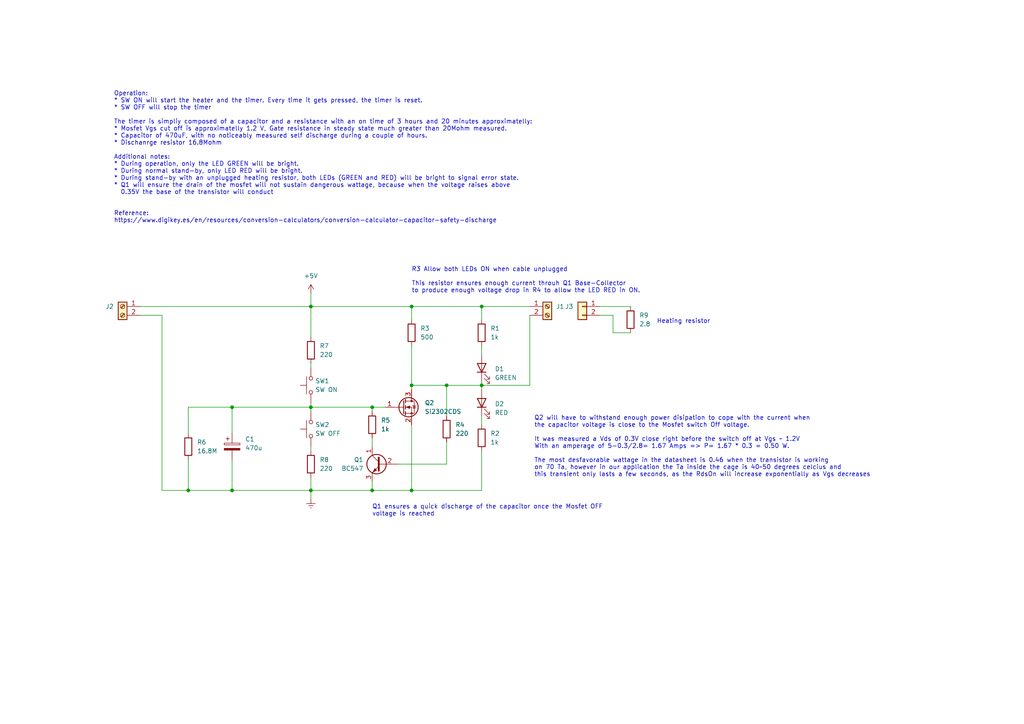
<source format=kicad_sch>
(kicad_sch (version 20230121) (generator eeschema)
  (paper "A4")
  (title_block (title "Timer heating control") (date "2024-03-04") (rev "v1"))
  (lib_symbols
    (symbol "Connector:Screw_Terminal_01x02" (pin_names (offset 1.016) hide)
      (property "Reference" "J" (at 0 2.54 0))
      (property "Value" "Screw_Terminal_01x02" (at 0 -5.08 0))
      (symbol "Screw_Terminal_01x02_1_1"
        (rectangle (start -1.27 1.27) (end 1.27 -3.81) (stroke (width 0.254)) (fill (type background)))
        (circle (center 0 -2.54) (radius 0.635) (stroke (width 0.1524)))
        (polyline (pts (xy -0.5334 -2.2098) (xy 0.3302 -3.048)) (stroke (width 0.1524)))
        (polyline (pts (xy -0.5334 0.3302) (xy 0.3302 -0.508)) (stroke (width 0.1524)))
        (polyline (pts (xy -0.3556 -2.032) (xy 0.508 -2.8702)) (stroke (width 0.1524)))
        (polyline (pts (xy -0.3556 0.508) (xy 0.508 -0.3302)) (stroke (width 0.1524)))
        (circle (center 0 0) (radius 0.635) (stroke (width 0.1524)))
        (pin passive line (at -5.08 0 0) (length 3.81) (name "Pin_1") (number "1"))
        (pin passive line (at -5.08 -2.54 0) (length 3.81) (name "Pin_2") (number "2"))
      )
    )
    (symbol "Connector_Generic:Conn_01x02" (pin_names (offset 1.016) hide)
      (property "Reference" "J" (at 0 2.54 0))
      (property "Value" "Conn_01x02" (at 0 -5.08 0))
      (symbol "Conn_01x02_1_1"
        (rectangle (start -1.27 -2.413) (end 0 -2.667) (stroke (width 0.1524)))
        (rectangle (start -1.27 0.127) (end 0 -0.127) (stroke (width 0.1524)))
        (rectangle (start -1.27 1.27) (end 1.27 -3.81) (stroke (width 0.254)) (fill (type background)))
        (pin passive line (at -5.08 0 0) (length 3.81) (name "Pin_1") (number "1"))
        (pin passive line (at -5.08 -2.54 0) (length 3.81) (name "Pin_2") (number "2"))
      )
    )
    (symbol "Device:C_Polarized" (pin_numbers hide) (pin_names (offset 0.254))
      (property "Reference" "C" (at 0.635 2.54 0))
      (property "Value" "C_Polarized" (at 0.635 -2.54 0))
      (symbol "C_Polarized_0_1"
        (rectangle (start -2.286 0.508) (end 2.286 1.016))
        (polyline (pts (xy -1.778 2.286) (xy -0.762 2.286)))
        (polyline (pts (xy -1.27 2.794) (xy -1.27 1.778)))
        (rectangle (start 2.286 -0.508) (end -2.286 -1.016) (fill (type outline)))
      )
      (symbol "C_Polarized_1_1"
        (pin passive line (at 0 3.81 270) (length 2.794) (name "~") (number "1"))
        (pin passive line (at 0 -3.81 90) (length 2.794) (name "~") (number "2"))
      )
    )
    (symbol "Device:LED" (pin_numbers hide) (pin_names (offset 1.016) hide)
      (property "Reference" "D" (at 0 2.54 0))
      (property "Value" "LED" (at 0 -2.54 0))
      (symbol "LED_0_1"
        (polyline (pts (xy -1.27 -1.27) (xy -1.27 1.27)) (stroke (width 0.254)))
        (polyline (pts (xy -1.27 0) (xy 1.27 0)))
        (polyline (pts (xy 1.27 -1.27) (xy 1.27 1.27) (xy -1.27 0) (xy 1.27 -1.27)) (stroke (width 0.254)))
        (polyline (pts (xy -3.048 -0.762) (xy -4.572 -2.286) (xy -3.81 -2.286) (xy -4.572 -2.286) (xy -4.572 -1.524)))
        (polyline (pts (xy -1.778 -0.762) (xy -3.302 -2.286) (xy -2.54 -2.286) (xy -3.302 -2.286) (xy -3.302 -1.524)))
      )
      (symbol "LED_1_1"
        (pin passive line (at -3.81 0 0) (length 2.54) (name "K") (number "1"))
        (pin passive line (at 3.81 0 180) (length 2.54) (name "A") (number "2"))
      )
    )
    (symbol "Device:R" (pin_numbers hide) (pin_names (offset 0))
      (property "Reference" "R" (at 2.032 0 90))
      (property "Value" "R" (at 0 0 90))
      (symbol "R_0_1"
        (rectangle (start -1.016 -2.54) (end 1.016 2.54) (stroke (width 0.254)))
      )
      (symbol "R_1_1"
        (pin passive line (at 0 3.81 270) (length 1.27) (name "~") (number "1"))
        (pin passive line (at 0 -3.81 90) (length 1.27) (name "~") (number "2"))
      )
    )
    (symbol "Switch:SW_Push" (pin_numbers hide) (pin_names (offset 1.016) hide)
      (property "Reference" "SW" (at 1.27 2.54 0))
      (property "Value" "SW_Push" (at 0 -1.524 0))
      (symbol "SW_Push_0_1"
        (circle (center -2.032 0) (radius 0.508))
        (polyline (pts (xy 0 1.27) (xy 0 3.048)))
        (polyline (pts (xy 2.54 1.27) (xy -2.54 1.27)))
        (circle (center 2.032 0) (radius 0.508))
        (pin passive line (at -5.08 0 0) (length 2.54) (name "1") (number "1"))
        (pin passive line (at 5.08 0 180) (length 2.54) (name "2") (number "2"))
      )
    )
    (symbol "Transistor_BJT:BC547" (pin_names (offset 0) hide)
      (property "Reference" "Q" (at 5.08 1.905 0))
      (property "Value" "BC547" (at 5.08 0 0))
      (symbol "BC547_0_1"
        (polyline (pts (xy 0 0) (xy 0.635 0)))
        (polyline (pts (xy 0.635 0.635) (xy 2.54 2.54)))
        (polyline (pts (xy 0.635 -0.635) (xy 2.54 -2.54) (xy 2.54 -2.54)))
        (polyline (pts (xy 0.635 1.905) (xy 0.635 -1.905) (xy 0.635 -1.905)) (stroke (width 0.508)))
        (polyline (pts (xy 1.27 -1.778) (xy 1.778 -1.27) (xy 2.286 -2.286) (xy 1.27 -1.778) (xy 1.27 -1.778)) (fill (type outline)))
        (circle (center 1.27 0) (radius 2.8194) (stroke (width 0.254)))
      )
      (symbol "BC547_1_1"
        (pin passive line (at 2.54 5.08 270) (length 2.54) (name "C") (number "1"))
        (pin input line (at -5.08 0 0) (length 5.08) (name "B") (number "2"))
        (pin passive line (at 2.54 -5.08 90) (length 2.54) (name "E") (number "3"))
      )
    )
    (symbol "Transistor_FET:IRLML6244" (pin_names hide)
      (property "Reference" "Q" (at 5.08 1.905 0))
      (property "Value" "IRLML6244" (at 5.08 0 0))
      (symbol "IRLML6244_0_1"
        (polyline (pts (xy 0.254 0) (xy -2.54 0)))
        (polyline (pts (xy 0.254 1.905) (xy 0.254 -1.905)) (stroke (width 0.254)))
        (polyline (pts (xy 0.762 -1.27) (xy 0.762 -2.286)) (stroke (width 0.254)))
        (polyline (pts (xy 0.762 0.508) (xy 0.762 -0.508)) (stroke (width 0.254)))
        (polyline (pts (xy 0.762 2.286) (xy 0.762 1.27)) (stroke (width 0.254)))
        (polyline (pts (xy 2.54 2.54) (xy 2.54 1.778)))
        (polyline (pts (xy 2.54 -2.54) (xy 2.54 0) (xy 0.762 0)))
        (polyline (pts (xy 0.762 -1.778) (xy 3.302 -1.778) (xy 3.302 1.778) (xy 0.762 1.778)))
        (polyline (pts (xy 1.016 0) (xy 2.032 0.381) (xy 2.032 -0.381) (xy 1.016 0)) (fill (type outline)))
        (polyline (pts (xy 2.794 0.508) (xy 2.921 0.381) (xy 3.683 0.381) (xy 3.81 0.254)))
        (polyline (pts (xy 3.302 0.381) (xy 2.921 -0.254) (xy 3.683 -0.254) (xy 3.302 0.381)))
        (circle (center 1.651 0) (radius 2.794) (stroke (width 0.254)))
        (circle (center 2.54 -1.778) (radius 0.254) (fill (type outline)))
        (circle (center 2.54 1.778) (radius 0.254) (fill (type outline)))
      )
      (symbol "IRLML6244_1_1"
        (pin input line (at -5.08 0 0) (length 2.54) (name "G") (number "1"))
        (pin passive line (at 2.54 -5.08 90) (length 2.54) (name "S") (number "2"))
        (pin passive line (at 2.54 5.08 270) (length 2.54) (name "D") (number "3"))
      )
    )
    (symbol "power:+5V" (power) (pin_names (offset 0))
      (property "Value" "+5V" (at 0 3.556 0))
      (symbol "+5V_0_1"
        (polyline (pts (xy -0.762 1.27) (xy 0 2.54)))
        (polyline (pts (xy 0 0) (xy 0 2.54)))
        (polyline (pts (xy 0 2.54) (xy 0.762 1.27)))
      )
      (symbol "+5V_1_1"
        (pin power_in line (at 0 0 90) (length 0) hide (name "+5V") (number "1"))
      )
    )
    (symbol "power:GNDREF" (power) (pin_names (offset 0))
      (property "Value" "GNDREF" (at 0 -3.81 0))
      (symbol "GNDREF_0_1"
        (polyline (pts (xy -0.635 -1.905) (xy 0.635 -1.905)))
        (polyline (pts (xy -0.127 -2.54) (xy 0.127 -2.54)))
        (polyline (pts (xy 0 -1.27) (xy 0 0)))
        (polyline (pts (xy 1.27 -1.27) (xy -1.27 -1.27)))
      )
      (symbol "GNDREF_1_1"
        (pin power_in line (at 0 0 270) (length 0) hide (name "GNDREF") (number "1"))
      )
    )
  )
  (junction (at 90.17 118.11))
  (junction (at 139.7 111.76))
  (junction (at 129.54 111.76))
  (junction (at 107.95 142.24))
  (junction (at 54.61 142.24))
  (junction (at 119.38 142.24))
  (junction (at 107.95 118.11))
  (junction (at 67.31 118.11))
  (junction (at 119.38 111.76))
  (junction (at 119.38 88.9))
  (junction (at 90.17 88.9))
  (junction (at 90.17 142.24))
  (junction (at 139.7 88.9))
  (junction (at 67.31 142.24))
  (wire (pts (xy 119.38 113.03) (xy 119.38 111.76)))
  (wire (pts (xy 139.7 120.65) (xy 139.7 123.19)))
  (wire (pts (xy 107.95 139.7) (xy 107.95 142.24)))
  (wire (pts (xy 90.17 118.11) (xy 67.31 118.11)))
  (wire (pts (xy 129.54 111.76) (xy 129.54 120.65)))
  (wire (pts (xy 139.7 88.9) (xy 139.7 92.71)))
  (wire (pts (xy 139.7 142.24) (xy 119.38 142.24)))
  (wire (pts (xy 46.99 142.24) (xy 54.61 142.24)))
  (wire (pts (xy 129.54 111.76) (xy 139.7 111.76)))
  (wire (pts (xy 107.95 127) (xy 107.95 129.54)))
  (wire (pts (xy 90.17 129.54) (xy 90.17 130.81)))
  (wire (pts (xy 139.7 111.76) (xy 139.7 113.03)))
  (wire (pts (xy 129.54 134.62) (xy 129.54 128.27)))
  (wire (pts (xy 67.31 133.35) (xy 67.31 142.24)))
  (wire (pts (xy 115.57 134.62) (xy 129.54 134.62)))
  (wire (pts (xy 67.31 142.24) (xy 90.17 142.24)))
  (wire (pts (xy 153.67 91.44) (xy 153.67 111.76)))
  (wire (pts (xy 90.17 116.84) (xy 90.17 118.11)))
  (wire (pts (xy 46.99 91.44) (xy 46.99 142.24)))
  (wire (pts (xy 90.17 142.24) (xy 107.95 142.24)))
  (wire (pts (xy 139.7 100.33) (xy 139.7 102.87)))
  (wire (pts (xy 90.17 88.9) (xy 90.17 97.79)))
  (wire (pts (xy 177.8 91.44) (xy 173.99 91.44)))
  (wire (pts (xy 119.38 100.33) (xy 119.38 111.76)))
  (wire (pts (xy 90.17 105.41) (xy 90.17 106.68)))
  (wire (pts (xy 153.67 111.76) (xy 139.7 111.76)))
  (wire (pts (xy 119.38 111.76) (xy 129.54 111.76)))
  (wire (pts (xy 90.17 118.11) (xy 90.17 119.38)))
  (wire (pts (xy 40.64 88.9) (xy 90.17 88.9)))
  (wire (pts (xy 67.31 118.11) (xy 67.31 125.73)))
  (wire (pts (xy 139.7 110.49) (xy 139.7 111.76)))
  (wire (pts (xy 54.61 133.35) (xy 54.61 142.24)))
  (wire (pts (xy 90.17 138.43) (xy 90.17 142.24)))
  (wire (pts (xy 119.38 123.19) (xy 119.38 142.24)))
  (wire (pts (xy 182.88 96.52) (xy 177.8 96.52)))
  (wire (pts (xy 119.38 142.24) (xy 107.95 142.24)))
  (wire (pts (xy 54.61 125.73) (xy 54.61 118.11)))
  (wire (pts (xy 119.38 88.9) (xy 90.17 88.9)))
  (wire (pts (xy 111.76 118.11) (xy 107.95 118.11)))
  (wire (pts (xy 90.17 118.11) (xy 107.95 118.11)))
  (wire (pts (xy 119.38 92.71) (xy 119.38 88.9)))
  (wire (pts (xy 139.7 88.9) (xy 153.67 88.9)))
  (wire (pts (xy 177.8 96.52) (xy 177.8 91.44)))
  (wire (pts (xy 173.99 88.9) (xy 182.88 88.9)))
  (wire (pts (xy 90.17 85.09) (xy 90.17 88.9)))
  (wire (pts (xy 107.95 118.11) (xy 107.95 119.38)))
  (wire (pts (xy 119.38 88.9) (xy 139.7 88.9)))
  (wire (pts (xy 54.61 118.11) (xy 67.31 118.11)))
  (wire (pts (xy 139.7 130.81) (xy 139.7 142.24)))
  (wire (pts (xy 40.64 91.44) (xy 46.99 91.44)))
  (wire (pts (xy 90.17 142.24) (xy 90.17 144.78)))
  (wire (pts (xy 54.61 142.24) (xy 67.31 142.24)))
  (text "R3 Allow both LEDs ON when cable unplugged\n\nThis resistor ensures enough current throuh Q1 Base-Collector\nto produce enough voltage drop in R4 to allow the LED RED in ON." (at 119.38 85.09 0) (effects (font (size 1.27 1.27)) (justify left bottom)))
  (text "Heating resistor" (at 190.5 93.98 0) (effects (font (size 1.27 1.27)) (justify left bottom)))
  (text "Q2 will have to withstand enough power disipation to cope with the current when \nthe capacitor voltage is close to the Mosfet switch Off voltage.\n\nIt was measured a Vds of 0.3V close right before the switch off at Vgs ~ 1.2V\nWith an amperage of 5-0.3/2.8= 1.67 Amps => P= 1.67 * 0.3 = 0.50 W.\n\nThe most desfavorable wattage in the datasheet is 0.46 when the transistor is working\non 70 Ta, however in our application the Ta inside the cage is 40~50 degrees celcius and\nthis transient only lasts a few seconds, as the RdsOn will increase exponentially as Vgs decreases" (at 154.94 138.43 0) (effects (font (size 1.27 1.27)) (justify left bottom)))
  (text "Operation:\n* SW ON will start the heater and the timer. Every time it gets pressed, the timer is reset.\n* SW OFF will stop the timer\n\nThe timer is simpliy composed of a capacitor and a resistance with an on time of 3 hours and 20 minutes approximatelly:\n* Mosfet Vgs cut off is approximatelly 1.2 V, Gate resistance in steady state much greater than 20Mohm measured.\n* Capacitor of 470uF, with no noticeably measured self discharge during a couple of hours.\n* Dischanrge resistor 16.8Mohm\n\nAdditional notes:\n* During operation, only the LED GREEN will be bright.\n* During normal stand-by, only LED RED will be bright.\n* During stand-by with an unplugged heating resistor, both LEDs (GREEN and RED) will be bright to signal error state.\n* Q1 will ensure the drain of the mosfet will not sustain dangerous wattage, because when the voltage raises above \n  0.35V the base of the transistor will conduct\n\n\nReference:\nhttps://www.digikey.es/en/resources/conversion-calculators/conversion-calculator-capacitor-safety-discharge" (at 33.02 64.77 0) (effects (font (size 1.27 1.27)) (justify left bottom)))
  (text "Q1 ensures a quick discharge of the capacitor once the Mosfet OFF\nvoltage is reached" (at 107.95 149.86 0) (effects (font (size 1.27 1.27)) (justify left bottom)))
  (symbol (lib_id "Device:R") (at 182.88 92.71 0) (unit 1)
    (property "Reference" "R9" (at 185.42 91.44 0) (effects (justify left)))
    (property "Value" "2.8" (at 185.42 93.98 0) (effects (justify left)))
  )
  (symbol (lib_id "Switch:SW_Push") (at 90.17 111.76 90) (unit 1)
    (property "Reference" "SW1" (at 91.44 110.49 90) (effects (justify right)))
    (property "Value" "SW ON" (at 91.44 113.03 90) (effects (justify right)))
  )
  (symbol (lib_id "Device:C_Polarized") (at 67.31 129.54 0) (unit 1)
    (property "Reference" "C1" (at 71.12 127.381 0) (effects (justify left)))
    (property "Value" "470u" (at 71.12 129.921 0) (effects (justify left)))
  )
  (symbol (lib_id "Device:LED") (at 139.7 116.84 90) (unit 1)
    (property "Reference" "D2" (at 143.51 117.1575 90) (effects (justify right)))
    (property "Value" "RED" (at 143.51 119.6975 90) (effects (justify right)))
  )
  (symbol (lib_id "Device:R") (at 90.17 134.62 0) (unit 1)
    (property "Reference" "R8" (at 92.71 133.35 0) (effects (justify left)))
    (property "Value" "220" (at 92.71 135.89 0) (effects (justify left)))
  )
  (symbol (lib_id "Transistor_FET:IRLML6244") (at 116.84 118.11 0) (unit 1)
    (property "Reference" "Q2" (at 123.19 116.84 0) (effects (justify left)))
    (property "Value" "Si2302CDS" (at 123.19 119.38 0) (effects (justify left)))
    (property "Footprint" "Package_TO_SOT_SMD:SOT-23" (effects hide))
    (property "Datasheet" "https://www.infineon.com/dgdl/Infineon-IRLML6244-DataSheet-v01_01-EN.pdf?fileId=5546d462533600a4015356686fed261f" (effects hide))
  )
  (symbol (lib_id "Switch:SW_Push") (at 90.17 124.46 90) (unit 1)
    (property "Reference" "SW2" (at 91.44 123.19 90) (effects (justify right)))
    (property "Value" "SW OFF" (at 91.44 125.73 90) (effects (justify right)))
  )
  (symbol (lib_id "Device:R") (at 119.38 96.52 0) (unit 1)
    (property "Reference" "R3" (at 121.92 95.25 0) (effects (justify left)))
    (property "Value" "500" (at 121.92 97.79 0) (effects (justify left)))
  )
  (symbol (lib_id "Connector:Screw_Terminal_01x02") (at 35.56 88.9 0) (mirror y) (unit 1)
    (property "Reference" "J2" (at 33.02 88.9 0) (effects (justify left)))
    (property "Value" "Screw_Terminal_01x02" (effects hide))
  )
  (symbol (lib_id "Device:R") (at 139.7 96.52 0) (unit 1)
    (property "Reference" "R1" (at 142.24 95.25 0) (effects (justify left)))
    (property "Value" "1k" (at 142.24 97.79 0) (effects (justify left)))
  )
  (symbol (lib_id "Device:R") (at 107.95 123.19 0) (unit 1)
    (property "Reference" "R5" (at 110.49 121.92 0) (effects (justify left)))
    (property "Value" "1k" (at 110.49 124.46 0) (effects (justify left)))
  )
  (symbol (lib_id "Transistor_BJT:BC547") (at 110.49 134.62 0) (mirror y) (unit 1)
    (property "Reference" "Q1" (at 105.41 133.35 0) (effects (justify left)))
    (property "Value" "BC547" (at 105.41 135.89 0) (effects (justify left)))
    (property "Footprint" "Package_TO_SOT_THT:TO-92_Inline" (effects hide))
    (property "Datasheet" "https://www.onsemi.com/pub/Collateral/BC550-D.pdf" (effects hide))
  )
  (symbol (lib_id "Connector_Generic:Conn_01x02") (at 168.91 88.9 0) (mirror y) (unit 1)
    (property "Reference" "J3" (at 165.1 88.9 0))
    (property "Value" "Conn_01x02" (effects hide))
  )
  (symbol (lib_id "Device:LED") (at 139.7 106.68 90) (unit 1)
    (property "Reference" "D1" (at 143.51 106.9975 90) (effects (justify right)))
    (property "Value" "GREEN" (at 143.51 109.5375 90) (effects (justify right)))
  )
  (symbol (lib_id "power:GNDREF") (at 90.17 144.78 0) (unit 1)
    (property "Reference" "#PWR02" (effects hide))
    (property "Value" "GNDREF" (effects hide))
  )
  (symbol (lib_id "Device:R") (at 54.61 129.54 0) (unit 1)
    (property "Reference" "R6" (at 57.15 128.27 0) (effects (justify left)))
    (property "Value" "16.8M" (at 57.15 130.81 0) (effects (justify left)))
  )
  (symbol (lib_id "Device:R") (at 90.17 101.6 0) (unit 1)
    (property "Reference" "R7" (at 92.71 100.33 0) (effects (justify left)))
    (property "Value" "220" (at 92.71 102.87 0) (effects (justify left)))
  )
  (symbol (lib_id "Connector:Screw_Terminal_01x02") (at 158.75 88.9 0) (unit 1)
    (property "Reference" "J1" (at 161.29 88.9 0) (effects (justify left)))
    (property "Value" "Screw_Terminal_01x02" (effects hide))
  )
  (symbol (lib_id "Device:R") (at 139.7 127 0) (unit 1)
    (property "Reference" "R2" (at 142.24 125.73 0) (effects (justify left)))
    (property "Value" "1k" (at 142.24 128.27 0) (effects (justify left)))
  )
  (symbol (lib_id "Device:R") (at 129.54 124.46 0) (unit 1)
    (property "Reference" "R4" (at 132.08 123.19 0) (effects (justify left)))
    (property "Value" "220" (at 132.08 125.73 0) (effects (justify left)))
  )
  (symbol (lib_id "power:+5V") (at 90.17 85.09 0) (unit 1)
    (property "Reference" "#PWR01" (effects hide))
    (property "Value" "+5V" (at 90.17 80.01 0))
  )
)
</source>
